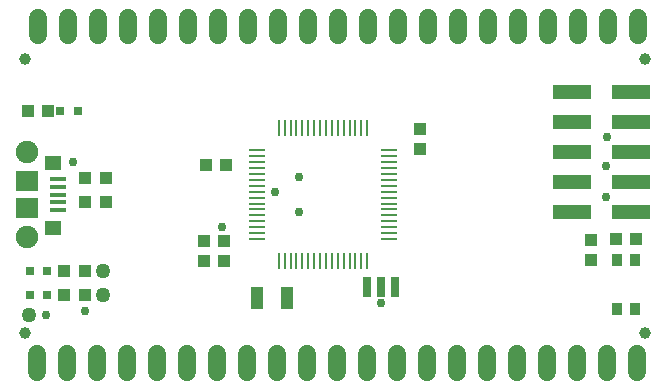
<source format=gts>
G75*
%MOIN*%
%OFA0B0*%
%FSLAX25Y25*%
%IPPOS*%
%LPD*%
%AMOC8*
5,1,8,0,0,1.08239X$1,22.5*
%
%ADD10R,0.04331X0.03937*%
%ADD11R,0.03937X0.04331*%
%ADD12R,0.05709X0.04528*%
%ADD13R,0.05512X0.01575*%
%ADD14R,0.07480X0.06890*%
%ADD15C,0.07480*%
%ADD16R,0.05800X0.01100*%
%ADD17R,0.01100X0.05800*%
%ADD18C,0.05906*%
%ADD19R,0.03543X0.03937*%
%ADD20R,0.02756X0.06693*%
%ADD21R,0.04300X0.07500*%
%ADD22R,0.03150X0.03150*%
%ADD23C,0.05000*%
%ADD24C,0.03937*%
%ADD25R,0.12598X0.05000*%
%ADD26C,0.02953*%
D10*
X0074456Y0074050D03*
X0081149Y0074050D03*
X0202897Y0049022D03*
X0211051Y0049176D03*
X0217744Y0049176D03*
X0202897Y0042330D03*
D11*
X0145803Y0079204D03*
X0145803Y0085896D03*
X0080334Y0048578D03*
X0073803Y0048578D03*
X0073803Y0041885D03*
X0080334Y0041885D03*
X0040929Y0061550D03*
X0034236Y0061550D03*
X0034236Y0069550D03*
X0040929Y0069550D03*
X0021681Y0091956D03*
X0014988Y0091956D03*
X0027236Y0038550D03*
X0033929Y0038550D03*
X0033929Y0030519D03*
X0027236Y0030519D03*
D12*
X0023571Y0053081D03*
X0023571Y0074735D03*
D13*
X0025224Y0069223D03*
X0025224Y0066664D03*
X0025224Y0064105D03*
X0025224Y0061546D03*
X0025224Y0058987D03*
D14*
X0014791Y0059676D03*
X0014791Y0068534D03*
D15*
X0014791Y0078180D03*
X0014791Y0050030D03*
D16*
X0091313Y0049305D03*
X0091313Y0051305D03*
X0091313Y0053305D03*
X0091313Y0055205D03*
X0091313Y0057205D03*
X0091313Y0059205D03*
X0091313Y0061105D03*
X0091313Y0063105D03*
X0091313Y0065105D03*
X0091313Y0067105D03*
X0091313Y0069005D03*
X0091313Y0071005D03*
X0091313Y0073005D03*
X0091313Y0074905D03*
X0091313Y0076905D03*
X0091313Y0078905D03*
X0135513Y0078905D03*
X0135513Y0076905D03*
X0135513Y0074905D03*
X0135513Y0073005D03*
X0135513Y0071005D03*
X0135513Y0069005D03*
X0135513Y0067105D03*
X0135513Y0065105D03*
X0135513Y0063105D03*
X0135513Y0061105D03*
X0135513Y0059205D03*
X0135513Y0057205D03*
X0135513Y0055205D03*
X0135513Y0053305D03*
X0135513Y0051305D03*
X0135513Y0049305D03*
D17*
X0128213Y0042005D03*
X0126213Y0042005D03*
X0124213Y0042005D03*
X0122313Y0042005D03*
X0120313Y0042005D03*
X0118313Y0042005D03*
X0116413Y0042005D03*
X0114413Y0042005D03*
X0112413Y0042005D03*
X0110413Y0042005D03*
X0108513Y0042005D03*
X0106513Y0042005D03*
X0104513Y0042005D03*
X0102613Y0042005D03*
X0100613Y0042005D03*
X0098613Y0042005D03*
X0098613Y0086205D03*
X0100613Y0086205D03*
X0102613Y0086205D03*
X0104513Y0086205D03*
X0106513Y0086205D03*
X0108513Y0086205D03*
X0110413Y0086205D03*
X0112413Y0086205D03*
X0114413Y0086205D03*
X0116413Y0086205D03*
X0118313Y0086205D03*
X0120313Y0086205D03*
X0122313Y0086205D03*
X0124213Y0086205D03*
X0126213Y0086205D03*
X0128213Y0086205D03*
D18*
X0018138Y0010956D02*
X0018138Y0005050D01*
X0028138Y0005050D02*
X0028138Y0010956D01*
X0038138Y0010956D02*
X0038138Y0005050D01*
X0048138Y0005050D02*
X0048138Y0010956D01*
X0058138Y0010956D02*
X0058138Y0005050D01*
X0068138Y0005050D02*
X0068138Y0010956D01*
X0078138Y0010956D02*
X0078138Y0005050D01*
X0088138Y0005050D02*
X0088138Y0010956D01*
X0098138Y0010956D02*
X0098138Y0005050D01*
X0108138Y0005050D02*
X0108138Y0010956D01*
X0118138Y0010956D02*
X0118138Y0005050D01*
X0128138Y0005050D02*
X0128138Y0010956D01*
X0138138Y0010956D02*
X0138138Y0005050D01*
X0148138Y0005050D02*
X0148138Y0010956D01*
X0158138Y0010956D02*
X0158138Y0005050D01*
X0168138Y0005050D02*
X0168138Y0010956D01*
X0178138Y0010956D02*
X0178138Y0005050D01*
X0188138Y0005050D02*
X0188138Y0010956D01*
X0198138Y0010956D02*
X0198138Y0005050D01*
X0208138Y0005050D02*
X0208138Y0010956D01*
X0218138Y0010956D02*
X0218138Y0005050D01*
X0218413Y0117255D02*
X0218413Y0123160D01*
X0208413Y0123160D02*
X0208413Y0117255D01*
X0198413Y0117255D02*
X0198413Y0123160D01*
X0188413Y0123160D02*
X0188413Y0117255D01*
X0178413Y0117255D02*
X0178413Y0123160D01*
X0168413Y0123160D02*
X0168413Y0117255D01*
X0158413Y0117255D02*
X0158413Y0123160D01*
X0148413Y0123160D02*
X0148413Y0117255D01*
X0138413Y0117255D02*
X0138413Y0123160D01*
X0128413Y0123160D02*
X0128413Y0117255D01*
X0118413Y0117255D02*
X0118413Y0123160D01*
X0108413Y0123160D02*
X0108413Y0117255D01*
X0098413Y0117255D02*
X0098413Y0123160D01*
X0088413Y0123160D02*
X0088413Y0117255D01*
X0078413Y0117255D02*
X0078413Y0123160D01*
X0068413Y0123160D02*
X0068413Y0117255D01*
X0058413Y0117255D02*
X0058413Y0123160D01*
X0048413Y0123160D02*
X0048413Y0117255D01*
X0038413Y0117255D02*
X0038413Y0123160D01*
X0028413Y0123160D02*
X0028413Y0117255D01*
X0018413Y0117255D02*
X0018413Y0123160D01*
D19*
X0211445Y0042247D03*
X0217350Y0042247D03*
X0217350Y0026105D03*
X0211445Y0026105D03*
D20*
X0137496Y0033231D03*
X0132771Y0033231D03*
X0128047Y0033231D03*
D21*
X0101303Y0029550D03*
X0091303Y0029550D03*
D22*
X0021535Y0030519D03*
X0015630Y0030519D03*
X0015630Y0038550D03*
X0021535Y0038550D03*
X0025913Y0091956D03*
X0031819Y0091956D03*
D23*
X0040082Y0038550D03*
X0040082Y0030519D03*
X0015582Y0023987D03*
D24*
X0014004Y0017845D03*
X0014004Y0109381D03*
X0220697Y0109381D03*
X0220697Y0017845D03*
D25*
X0216169Y0058278D03*
X0216169Y0068278D03*
X0216169Y0078278D03*
X0216169Y0088278D03*
X0216169Y0098278D03*
X0196484Y0098278D03*
X0196484Y0088278D03*
X0196484Y0078278D03*
X0196484Y0068278D03*
X0196484Y0058278D03*
D26*
X0207807Y0063369D03*
X0207870Y0073605D03*
X0208130Y0083251D03*
X0132771Y0028019D03*
X0079740Y0053231D03*
X0097303Y0065050D03*
X0105539Y0070011D03*
X0105539Y0058200D03*
X0034082Y0025176D03*
X0021082Y0023987D03*
X0030082Y0075050D03*
M02*

</source>
